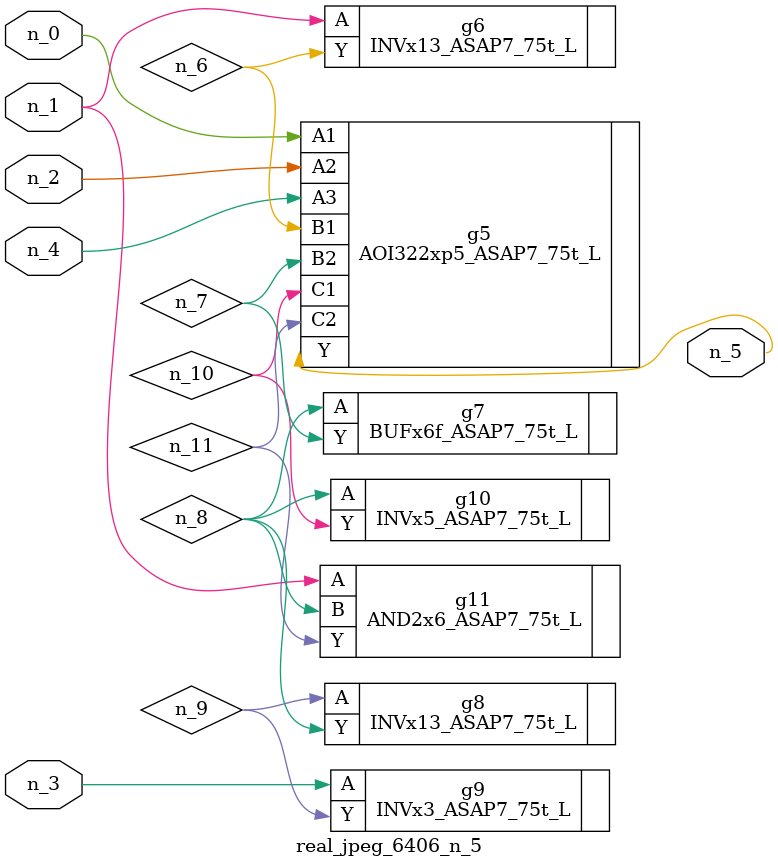
<source format=v>
module real_jpeg_6406_n_5 (n_4, n_0, n_1, n_2, n_3, n_5);

input n_4;
input n_0;
input n_1;
input n_2;
input n_3;

output n_5;

wire n_8;
wire n_11;
wire n_6;
wire n_7;
wire n_10;
wire n_9;

AOI322xp5_ASAP7_75t_L g5 ( 
.A1(n_0),
.A2(n_2),
.A3(n_4),
.B1(n_6),
.B2(n_7),
.C1(n_10),
.C2(n_11),
.Y(n_5)
);

INVx13_ASAP7_75t_L g6 ( 
.A(n_1),
.Y(n_6)
);

AND2x6_ASAP7_75t_L g11 ( 
.A(n_1),
.B(n_8),
.Y(n_11)
);

INVx3_ASAP7_75t_L g9 ( 
.A(n_3),
.Y(n_9)
);

BUFx6f_ASAP7_75t_L g7 ( 
.A(n_8),
.Y(n_7)
);

INVx5_ASAP7_75t_L g10 ( 
.A(n_8),
.Y(n_10)
);

INVx13_ASAP7_75t_L g8 ( 
.A(n_9),
.Y(n_8)
);


endmodule
</source>
